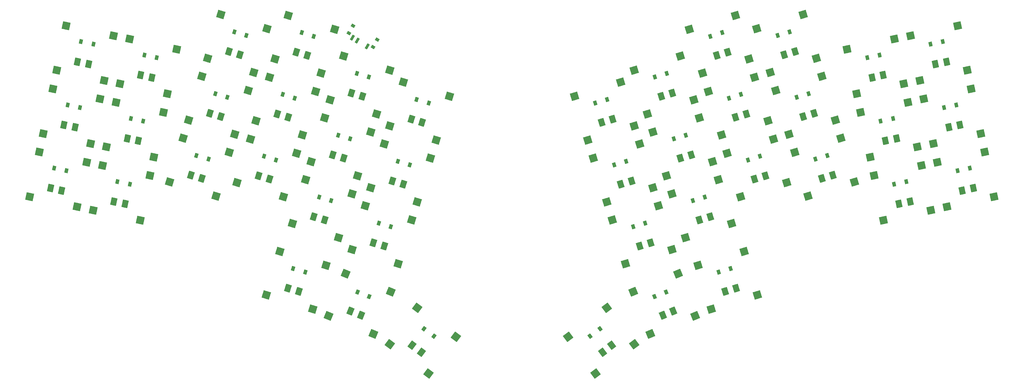
<source format=gbr>
%TF.GenerationSoftware,KiCad,Pcbnew,8.0.6*%
%TF.CreationDate,2025-07-24T19:22:05+02:00*%
%TF.ProjectId,main,6d61696e-2e6b-4696-9361-645f70636258,v1.0.0*%
%TF.SameCoordinates,Original*%
%TF.FileFunction,Paste,Top*%
%TF.FilePolarity,Positive*%
%FSLAX46Y46*%
G04 Gerber Fmt 4.6, Leading zero omitted, Abs format (unit mm)*
G04 Created by KiCad (PCBNEW 8.0.6) date 2025-07-24 19:22:05*
%MOMM*%
%LPD*%
G01*
G04 APERTURE LIST*
G04 Aperture macros list*
%AMRotRect*
0 Rectangle, with rotation*
0 The origin of the aperture is its center*
0 $1 length*
0 $2 width*
0 $3 Rotation angle, in degrees counterclockwise*
0 Add horizontal line*
21,1,$1,$2,0,0,$3*%
G04 Aperture macros list end*
%ADD10RotRect,1.550000X2.000000X17.000000*%
%ADD11RotRect,2.000000X2.000000X17.000000*%
%ADD12RotRect,1.550000X2.000000X343.000000*%
%ADD13RotRect,2.000000X2.000000X343.000000*%
%ADD14RotRect,0.900000X1.200000X17.000000*%
%ADD15RotRect,0.900000X1.200000X12.000000*%
%ADD16RotRect,1.550000X2.000000X348.000000*%
%ADD17RotRect,2.000000X2.000000X348.000000*%
%ADD18RotRect,0.900000X1.200000X343.000000*%
%ADD19RotRect,1.550000X2.000000X22.000000*%
%ADD20RotRect,2.000000X2.000000X22.000000*%
%ADD21RotRect,0.900000X1.200000X348.000000*%
%ADD22RotRect,0.900000X1.200000X323.000000*%
%ADD23RotRect,1.550000X2.000000X323.000000*%
%ADD24RotRect,2.000000X2.000000X323.000000*%
%ADD25RotRect,0.900000X1.200000X22.000000*%
%ADD26RotRect,0.900000X1.200000X37.000000*%
%ADD27RotRect,1.550000X2.000000X12.000000*%
%ADD28RotRect,2.000000X2.000000X12.000000*%
%ADD29RotRect,1.550000X2.000000X338.000000*%
%ADD30RotRect,2.000000X2.000000X338.000000*%
%ADD31RotRect,1.000000X0.800000X150.000000*%
%ADD32RotRect,0.700000X1.500000X150.000000*%
%ADD33RotRect,1.550000X2.000000X37.000000*%
%ADD34RotRect,2.000000X2.000000X37.000000*%
%ADD35RotRect,0.900000X1.200000X338.000000*%
G04 APERTURE END LIST*
D10*
%TO.C,CPG1316*%
X255368687Y-111646611D03*
X258237599Y-110769492D03*
D11*
X248201586Y-104792578D03*
X251710050Y-116268232D03*
X260346664Y-101079458D03*
X263855128Y-112555112D03*
%TD*%
D12*
%TO.C,CPG1316*%
X117341949Y-110958297D03*
X120210864Y-111835407D03*
D13*
X111724421Y-112743910D03*
X115232887Y-101268255D03*
X123869493Y-116457031D03*
X127377959Y-104981376D03*
%TD*%
D12*
%TO.C,CPG1316*%
X122312270Y-94701119D03*
X125181185Y-95578229D03*
D13*
X116694742Y-96486732D03*
X120203208Y-85011077D03*
X128839814Y-100199853D03*
X132348280Y-88724198D03*
%TD*%
D12*
%TO.C,CPG1316*%
X126874570Y-137923620D03*
X129743485Y-138800730D03*
D13*
X121257042Y-139709233D03*
X124765508Y-128233578D03*
X133402114Y-143422354D03*
X136910580Y-131946699D03*
%TD*%
D14*
%TO.C,D34*%
X226409365Y-133728373D03*
X229565183Y-132763549D03*
%TD*%
D15*
%TO.C,D26*%
X275754944Y-112779312D03*
X278982840Y-112093212D03*
%TD*%
D10*
%TO.C,CPG1316*%
X232679329Y-95578236D03*
X235548241Y-94701117D03*
D11*
X225512228Y-88724203D03*
X229020692Y-100199857D03*
X237657306Y-85011083D03*
X241165770Y-96486737D03*
%TD*%
D16*
%TO.C,CPG1316*%
X74377568Y-133985995D03*
X77312010Y-134609731D03*
D17*
X68937044Y-136254416D03*
X71431985Y-124516654D03*
X81359519Y-138894890D03*
X83854460Y-127157128D03*
%TD*%
D12*
%TO.C,CPG1316*%
X104593235Y-94512336D03*
X107462150Y-95389446D03*
D13*
X98975707Y-96297949D03*
X102484173Y-84822294D03*
X111120779Y-100011070D03*
X114629245Y-88535415D03*
%TD*%
D18*
%TO.C,D10*%
X113792383Y-122055404D03*
X116948177Y-123020220D03*
%TD*%
D14*
%TO.C,D29*%
X253661051Y-106574234D03*
X256816869Y-105609410D03*
%TD*%
D15*
%TO.C,D25*%
X279289450Y-129407823D03*
X282517346Y-128721723D03*
%TD*%
D18*
%TO.C,D16*%
X143967777Y-139646474D03*
X147123571Y-140611290D03*
%TD*%
D10*
%TO.C,CPG1316*%
X228117026Y-138800749D03*
X230985938Y-137923630D03*
D11*
X220949925Y-131946716D03*
X224458389Y-143422370D03*
X233095003Y-128233596D03*
X236603467Y-139709250D03*
%TD*%
D19*
%TO.C,CPG1316*%
X218527223Y-163879312D03*
X221308784Y-162755490D03*
D20*
X210790038Y-157676013D03*
X215285317Y-168802213D03*
X222565277Y-152918513D03*
X227060556Y-164044713D03*
%TD*%
D18*
%TO.C,D9*%
X106013976Y-89352236D03*
X109169770Y-90317052D03*
%TD*%
D21*
%TO.C,D3*%
X65783646Y-91930202D03*
X69011566Y-92616310D03*
%TD*%
D12*
%TO.C,CPG1316*%
X152487657Y-112292199D03*
X155356572Y-113169309D03*
D13*
X146870129Y-114077812D03*
X150378595Y-102602157D03*
X159015201Y-117790933D03*
X162523667Y-106315278D03*
%TD*%
D21*
%TO.C,D2*%
X62249147Y-108558716D03*
X65477067Y-109244824D03*
%TD*%
D22*
%TO.C,D21*%
X155828154Y-167394791D03*
X158463642Y-169380763D03*
%TD*%
D16*
%TO.C,CPG1316*%
X77912085Y-117357489D03*
X80846527Y-117981225D03*
D17*
X72471561Y-119625910D03*
X74966502Y-107888148D03*
X84894036Y-122266384D03*
X87388977Y-110528622D03*
%TD*%
D14*
%TO.C,D35*%
X221439059Y-117471185D03*
X224594877Y-116506361D03*
%TD*%
D10*
%TO.C,CPG1316*%
X223146706Y-122543568D03*
X226015618Y-121666449D03*
D11*
X215979605Y-115689535D03*
X219488069Y-127165189D03*
X228124683Y-111976415D03*
X231633147Y-123452069D03*
%TD*%
D18*
%TO.C,D12*%
X123733004Y-89541039D03*
X126888798Y-90505855D03*
%TD*%
D23*
%TO.C,CPG1316*%
X152728241Y-171757747D03*
X155124143Y-173563187D03*
D24*
X146838772Y-171514370D03*
X154060558Y-161930744D03*
X156981442Y-179157420D03*
X164203228Y-169573794D03*
%TD*%
D15*
%TO.C,D23*%
X292383464Y-109244815D03*
X295611360Y-108558715D03*
%TD*%
D14*
%TO.C,D33*%
X230971691Y-90505862D03*
X234127509Y-89541038D03*
%TD*%
D21*
%TO.C,D4*%
X75343161Y-128721731D03*
X78571081Y-129407839D03*
%TD*%
D14*
%TO.C,D36*%
X216468733Y-101214007D03*
X219624551Y-100249183D03*
%TD*%
D25*
%TO.C,D41*%
X216384023Y-158975079D03*
X219443709Y-157738875D03*
%TD*%
D16*
%TO.C,CPG1316*%
X61283549Y-113822986D03*
X64217991Y-114446722D03*
D17*
X55843025Y-116091407D03*
X58337966Y-104353645D03*
X68265500Y-118731881D03*
X70760441Y-106994119D03*
%TD*%
D12*
%TO.C,CPG1316*%
X99622913Y-110769502D03*
X102491828Y-111646612D03*
D13*
X94005385Y-112555115D03*
X97513851Y-101079460D03*
X106150457Y-116268236D03*
X109658923Y-104792581D03*
%TD*%
D10*
%TO.C,CPG1316*%
X202503956Y-113169315D03*
X205372868Y-112292196D03*
D11*
X195336855Y-106315282D03*
X198845319Y-117790936D03*
X207481933Y-102602162D03*
X210990397Y-114077816D03*
%TD*%
D10*
%TO.C,CPG1316*%
X242619971Y-128092591D03*
X245488883Y-127215472D03*
D11*
X235452870Y-121238558D03*
X238961334Y-132714212D03*
X247597948Y-117525438D03*
X251106412Y-129001092D03*
%TD*%
D10*
%TO.C,CPG1316*%
X212444581Y-145683686D03*
X215313493Y-144806567D03*
D11*
X205277480Y-138829653D03*
X208785944Y-150305307D03*
X217422558Y-135116533D03*
X220931022Y-146592187D03*
%TD*%
D10*
%TO.C,CPG1316*%
X237649652Y-111835414D03*
X240518564Y-110958295D03*
D11*
X230482551Y-104981381D03*
X233991015Y-116457035D03*
X242627629Y-101268261D03*
X246136093Y-112743915D03*
%TD*%
D18*
%TO.C,D14*%
X133265662Y-116506372D03*
X136421456Y-117471188D03*
%TD*%
D26*
%TO.C,D42*%
X199396861Y-169380777D03*
X202032365Y-167394769D03*
%TD*%
D14*
%TO.C,D30*%
X248690734Y-90317064D03*
X251846552Y-89352240D03*
%TD*%
D15*
%TO.C,D22*%
X295917967Y-125873332D03*
X299145863Y-125187232D03*
%TD*%
D18*
%TO.C,D7*%
X96073340Y-121866596D03*
X99229134Y-122831412D03*
%TD*%
D27*
%TO.C,CPG1316*%
X290108012Y-97818223D03*
X293042455Y-97194490D03*
D28*
X286060498Y-102103387D03*
X283565562Y-90365627D03*
X298482974Y-99462905D03*
X295988038Y-87725145D03*
%TD*%
D27*
%TO.C,CPG1316*%
X280548485Y-134609723D03*
X283482928Y-133985990D03*
D28*
X276500971Y-138894887D03*
X274006035Y-127157127D03*
X288923447Y-136254405D03*
X286428511Y-124516645D03*
%TD*%
D14*
%TO.C,D28*%
X258631371Y-122831420D03*
X261787189Y-121866596D03*
%TD*%
%TO.C,D31*%
X240912332Y-123020215D03*
X244068150Y-122055391D03*
%TD*%
D12*
%TO.C,CPG1316*%
X120070840Y-156757346D03*
X122939755Y-157634456D03*
D13*
X114453312Y-158542959D03*
X117961778Y-147067304D03*
X126598384Y-162256080D03*
X130106850Y-150780425D03*
%TD*%
D21*
%TO.C,D6*%
X82412157Y-95464705D03*
X85640077Y-96150813D03*
%TD*%
D10*
%TO.C,CPG1316*%
X218176386Y-106286385D03*
X221045298Y-105409266D03*
D11*
X211009285Y-99432352D03*
X214517749Y-110908006D03*
X223154363Y-95719232D03*
X226662827Y-107194886D03*
%TD*%
D14*
%TO.C,D37*%
X210736938Y-140611292D03*
X213892756Y-139646468D03*
%TD*%
D27*
%TO.C,CPG1316*%
X293642495Y-114446719D03*
X296576938Y-113822986D03*
D28*
X289594981Y-118731883D03*
X287100045Y-106994123D03*
X302017457Y-116091401D03*
X299522521Y-104353641D03*
%TD*%
D12*
%TO.C,CPG1316*%
X142547013Y-144806565D03*
X145415928Y-145683675D03*
D13*
X136929485Y-146592178D03*
X140437951Y-135116523D03*
X149074557Y-150305299D03*
X152583023Y-138829644D03*
%TD*%
D12*
%TO.C,CPG1316*%
X131844905Y-121666463D03*
X134713820Y-122543573D03*
D13*
X126227377Y-123452076D03*
X129735843Y-111976421D03*
X138372449Y-127165197D03*
X141880915Y-115689542D03*
%TD*%
D14*
%TO.C,D40*%
X233213109Y-152562089D03*
X236368927Y-151597265D03*
%TD*%
D12*
%TO.C,CPG1316*%
X94652591Y-127026705D03*
X97521506Y-127903815D03*
D13*
X89035063Y-128812318D03*
X92543529Y-117336663D03*
X101180135Y-132525439D03*
X104688601Y-121049784D03*
%TD*%
D21*
%TO.C,D5*%
X78877654Y-112093222D03*
X82105574Y-112779330D03*
%TD*%
D10*
%TO.C,CPG1316*%
X234920756Y-157634456D03*
X237789668Y-156757337D03*
D11*
X227753655Y-150780423D03*
X231262119Y-162256077D03*
X239898733Y-147067303D03*
X243407197Y-158542957D03*
%TD*%
D27*
%TO.C,CPG1316*%
X277014001Y-117981226D03*
X279948444Y-117357493D03*
D28*
X272966487Y-122266390D03*
X270471551Y-110528630D03*
X285388963Y-119625908D03*
X282894027Y-107888148D03*
%TD*%
D18*
%TO.C,D19*%
X121491591Y-151597274D03*
X124647385Y-152562090D03*
%TD*%
D16*
%TO.C,CPG1316*%
X64818055Y-97194485D03*
X67752497Y-97818221D03*
D17*
X59377531Y-99462906D03*
X61872472Y-87725144D03*
X71800006Y-102103380D03*
X74294947Y-90365618D03*
%TD*%
D16*
%TO.C,CPG1316*%
X81446572Y-100728970D03*
X84381014Y-101352706D03*
D17*
X76006048Y-102997391D03*
X78500989Y-91259629D03*
X88428523Y-105637865D03*
X90923464Y-93900103D03*
%TD*%
D14*
%TO.C,D38*%
X205766621Y-124354121D03*
X208922439Y-123389297D03*
%TD*%
D29*
%TO.C,CPG1316*%
X136551734Y-162755498D03*
X139333286Y-163879312D03*
D30*
X130799956Y-164044718D03*
X135295238Y-152918513D03*
X142575194Y-168802225D03*
X147070476Y-157676020D03*
%TD*%
D10*
%TO.C,CPG1316*%
X207474261Y-129426486D03*
X210343173Y-128549367D03*
D11*
X200307160Y-122572453D03*
X203815624Y-134048107D03*
X212452238Y-118859333D03*
X215960702Y-130334987D03*
%TD*%
D10*
%TO.C,CPG1316*%
X260338996Y-127903816D03*
X263207908Y-127026697D03*
D11*
X253171895Y-121049783D03*
X256680359Y-132525437D03*
X265316973Y-117336663D03*
X268825437Y-128812317D03*
%TD*%
D12*
%TO.C,CPG1316*%
X147517340Y-128549384D03*
X150386255Y-129426494D03*
D13*
X141899812Y-130334997D03*
X145408278Y-118859342D03*
X154044884Y-134048118D03*
X157553350Y-122572463D03*
%TD*%
D18*
%TO.C,D13*%
X128295334Y-132763541D03*
X131451128Y-133728357D03*
%TD*%
D14*
%TO.C,D39*%
X200796287Y-108096938D03*
X203952105Y-107132114D03*
%TD*%
D27*
%TO.C,CPG1316*%
X297177001Y-131075221D03*
X300111444Y-130451488D03*
D28*
X293129487Y-135360385D03*
X290634551Y-123622625D03*
X305551963Y-132719903D03*
X303057027Y-120982143D03*
%TD*%
D31*
%TO.C,PWR1*%
X142431953Y-93311298D03*
X136109982Y-89661285D03*
X137214959Y-87747365D03*
X143536956Y-91397369D03*
D32*
X140894518Y-93174204D03*
X138296443Y-91674212D03*
X136997412Y-90924202D03*
%TD*%
D15*
%TO.C,D27*%
X272220459Y-96150796D03*
X275448355Y-95464696D03*
%TD*%
D12*
%TO.C,CPG1316*%
X136815225Y-105409286D03*
X139684140Y-106286396D03*
D13*
X131197697Y-107194899D03*
X134706163Y-95719244D03*
X143342769Y-110908020D03*
X146851235Y-99432365D03*
%TD*%
D18*
%TO.C,D15*%
X138235976Y-100249181D03*
X141391770Y-101213997D03*
%TD*%
%TO.C,D17*%
X148938090Y-123389295D03*
X152093884Y-124354111D03*
%TD*%
%TO.C,D8*%
X101043666Y-105609428D03*
X104199460Y-106574244D03*
%TD*%
%TO.C,D11*%
X118762692Y-105798219D03*
X121918486Y-106763035D03*
%TD*%
D14*
%TO.C,D32*%
X235942016Y-106763039D03*
X239097834Y-105798215D03*
%TD*%
D21*
%TO.C,D1*%
X58714651Y-125187221D03*
X61942571Y-125873329D03*
%TD*%
D10*
%TO.C,CPG1316*%
X250398366Y-95389438D03*
X253267278Y-94512319D03*
D11*
X243231265Y-88535405D03*
X246739729Y-100011059D03*
X255376343Y-84822285D03*
X258884807Y-96297939D03*
%TD*%
D12*
%TO.C,CPG1316*%
X112371622Y-127215494D03*
X115240537Y-128092604D03*
D13*
X106754094Y-129001107D03*
X110262560Y-117525452D03*
X118899166Y-132714228D03*
X122407632Y-121238573D03*
%TD*%
D18*
%TO.C,D18*%
X153908408Y-107132119D03*
X157064202Y-108096935D03*
%TD*%
D33*
%TO.C,CPG1316*%
X202736364Y-173563197D03*
X205132274Y-171757756D03*
D34*
X193657282Y-169573807D03*
X200879063Y-179157425D03*
X203799955Y-161930759D03*
X211021736Y-171514377D03*
%TD*%
D27*
%TO.C,CPG1316*%
X273479509Y-101352716D03*
X276413952Y-100728983D03*
D28*
X269431995Y-105637880D03*
X266937059Y-93900120D03*
X281854471Y-102997398D03*
X279359535Y-91259638D03*
%TD*%
D35*
%TO.C,D20*%
X138416794Y-157738878D03*
X141476502Y-158975080D03*
%TD*%
D15*
%TO.C,D24*%
X288848963Y-92616314D03*
X292076859Y-91930214D03*
%TD*%
D16*
%TO.C,CPG1316*%
X57749062Y-130451492D03*
X60683504Y-131075228D03*
D17*
X52308538Y-132719913D03*
X54803479Y-120982151D03*
X64731013Y-135360387D03*
X67225954Y-123622625D03*
%TD*%
M02*

</source>
